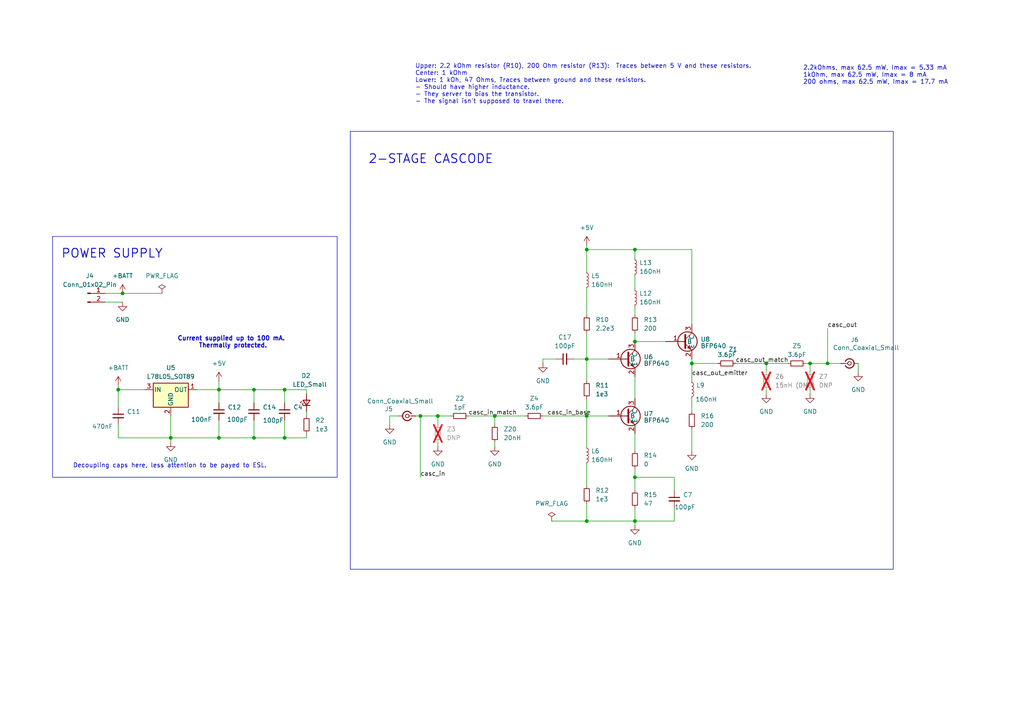
<source format=kicad_sch>
(kicad_sch (version 20250114) (generator "eeschema") (generator_version "9.0")
  (paper "A4")
  (lib_symbols
    (symbol "BFP640_1"
      (property "Reference" "U" (at 4.064 -0.762 0))
      (symbol "BFP640_1_0_1"
        (polyline (pts (xy -1.905 1.905) (xy -1.905 -1.905) (xy -1.905 -1.905)) (stroke (width 0.508)))
        (polyline (pts (xy -1.905 0.635) (xy 0 2.54)))
        (polyline (pts (xy -1.905 -0.635) (xy 0 -2.54) (xy 0 -2.54)))
        (circle (center -1.27 0) (radius 2.8194) (stroke (width 0.254)))
        (polyline (pts (xy -1.27 -1.778) (xy -0.762 -1.27) (xy -0.254 -2.286) (xy -1.27 -1.778) (xy -1.27 -1.778)) (fill (type outline)))
      )
      (symbol "BFP640_1_1_1"
        (pin input line (at -7.62 0 0) (length 5.715) (name "B") (number "1"))
        (pin passive line (at 0 5.08 270) (length 2.54) (name "C") (number "3"))
        (pin passive line (at 0 -5.08 90) (length 2.54) (name "E") (number "2"))
      )
    )
    (symbol "Connector:Conn_01x02_Pin" (pin_names (offset 1.016) (hide yes))
      (property "Reference" "J" (at 0 2.54 0))
      (property "Value" "Conn_01x02_Pin" (at 0 -5.08 0))
      (symbol "Conn_01x02_Pin_1_1"
        (rectangle (start 0.8636 0.127) (end 0 -0.127) (stroke (width 0.1524)) (fill (type outline)))
        (rectangle (start 0.8636 -2.413) (end 0 -2.667) (stroke (width 0.1524)) (fill (type outline)))
        (polyline (pts (xy 1.27 0) (xy 0.8636 0)) (stroke (width 0.1524)))
        (polyline (pts (xy 1.27 -2.54) (xy 0.8636 -2.54)) (stroke (width 0.1524)))
        (pin passive line (at 5.08 0 180) (length 3.81) (name "Pin_1") (number "1"))
        (pin passive line (at 5.08 -2.54 180) (length 3.81) (name "Pin_2") (number "2"))
      )
    )
    (symbol "Connector:Conn_Coaxial_Small" (pin_numbers (hide yes)) (pin_names (offset 1.016) (hide yes))
      (property "Reference" "J" (at 0.254 3.048 0))
      (property "Value" "Conn_Coaxial_Small" (at 0 -3.81 0))
      (symbol "Conn_Coaxial_Small_0_1"
        (polyline (pts (xy -2.54 0) (xy -0.508 0)))
        (circle (center 0 0) (radius 0.508) (stroke (width 0.2032)))
      )
      (symbol "Conn_Coaxial_Small_1_1"
        (arc (start 1.3484 0.0039) (mid 0.327 -1.308) (end -1.1916 -0.6311) (stroke (width 0.3048)))
        (arc (start -1.1916 0.6311) (mid 0.327 1.3081) (end 1.3484 -0.0039) (stroke (width 0.3048)))
        (pin passive line (at -2.54 0 0) (length 1.27) (name "In") (number "1"))
        (pin passive line (at 2.54 0 180) (length 1.27) (name "Ext") (number "2"))
      )
    )
    (symbol "Device:C_Small" (pin_numbers (hide yes)) (pin_names (offset 0.254) (hide yes))
      (property "Reference" "C" (at 0.254 1.778 0))
      (property "Value" "C_Small" (at 0.254 -2.032 0))
      (symbol "C_Small_0_1"
        (polyline (pts (xy -1.524 0.508) (xy 1.524 0.508)) (stroke (width 0.3048)))
        (polyline (pts (xy -1.524 -0.508) (xy 1.524 -0.508)) (stroke (width 0.3302)))
      )
      (symbol "C_Small_1_1"
        (pin passive line (at 0 2.54 270) (length 2.032) (name "~") (number "1"))
        (pin passive line (at 0 -2.54 90) (length 2.032) (name "~") (number "2"))
      )
    )
    (symbol "Device:LED_Small" (pin_numbers (hide yes)) (pin_names (offset 0.254) (hide yes))
      (property "Reference" "D" (at -1.27 3.175 0))
      (property "Value" "LED_Small" (at -4.445 -2.54 0))
      (symbol "LED_Small_0_1"
        (polyline (pts (xy -0.762 -1.016) (xy -0.762 1.016)) (stroke (width 0.254)))
        (polyline (pts (xy 0 0.762) (xy -0.508 1.27) (xy -0.254 1.27) (xy -0.508 1.27) (xy -0.508 1.016)))
        (polyline (pts (xy 0.508 1.27) (xy 0 1.778) (xy 0.254 1.778) (xy 0 1.778) (xy 0 1.524)))
        (polyline (pts (xy 0.762 -1.016) (xy -0.762 0) (xy 0.762 1.016) (xy 0.762 -1.016)) (stroke (width 0.254)))
        (polyline (pts (xy 1.016 0) (xy -0.762 0)))
      )
      (symbol "LED_Small_1_1"
        (pin passive line (at -2.54 0 0) (length 1.778) (name "K") (number "1"))
        (pin passive line (at 2.54 0 180) (length 1.778) (name "A") (number "2"))
      )
    )
    (symbol "Device:L_Small" (pin_numbers (hide yes)) (pin_names (offset 0.254) (hide yes))
      (property "Reference" "L" (at 0.762 1.016 0))
      (property "Value" "L_Small" (at 0.762 -1.016 0))
      (symbol "L_Small_0_1"
        (arc (start 0 2.032) (mid 0.5058 1.524) (end 0 1.016))
        (arc (start 0 1.016) (mid 0.5058 0.508) (end 0 0))
        (arc (start 0 0) (mid 0.5058 -0.508) (end 0 -1.016))
        (arc (start 0 -1.016) (mid 0.5058 -1.524) (end 0 -2.032))
      )
      (symbol "L_Small_1_1"
        (pin passive line (at 0 2.54 270) (length 0.508) (name "~") (number "1"))
        (pin passive line (at 0 -2.54 90) (length 0.508) (name "~") (number "2"))
      )
    )
    (symbol "Device:R_Small" (pin_numbers (hide yes)) (pin_names (offset 0.254) (hide yes))
      (property "Reference" "R" (at 0.762 0.508 0))
      (property "Value" "R_Small" (at 0.762 -1.016 0))
      (symbol "R_Small_0_1"
        (rectangle (start -0.762 1.778) (end 0.762 -1.778) (stroke (width 0.2032)))
      )
      (symbol "R_Small_1_1"
        (pin passive line (at 0 2.54 270) (length 0.762) (name "~") (number "1"))
        (pin passive line (at 0 -2.54 90) (length 0.762) (name "~") (number "2"))
      )
    )
    (symbol "Regulator_Linear:L78L05_SOT89" (pin_names (offset 0.254))
      (property "Reference" "U" (at -3.81 3.175 0))
      (property "Value" "L78L05_SOT89" (at -0.635 3.175 0))
      (symbol "L78L05_SOT89_0_1"
        (rectangle (start -5.08 1.905) (end 5.08 -5.08) (stroke (width 0.254)) (fill (type background)))
      )
      (symbol "L78L05_SOT89_1_1"
        (pin power_in line (at -7.62 0 0) (length 2.54) (name "IN") (number "3"))
        (pin power_in line (at 0 -7.62 90) (length 2.54) (name "GND") (number "2"))
        (pin power_out line (at 7.62 0 180) (length 2.54) (name "OUT") (number "1"))
      )
    )
    (symbol "power:+5V" (power) (pin_numbers (hide yes)) (pin_names (offset 0) (hide yes))
      (property "Value" "+5V" (at 0 3.556 0))
      (symbol "+5V_0_1"
        (polyline (pts (xy -0.762 1.27) (xy 0 2.54)))
        (polyline (pts (xy 0 2.54) (xy 0.762 1.27)))
        (polyline (pts (xy 0 0) (xy 0 2.54)))
      )
      (symbol "+5V_1_1"
        (pin power_in line (at 0 0 90) (length 0) (name "~") (number "1"))
      )
    )
    (symbol "power:+BATT" (power) (pin_numbers (hide yes)) (pin_names (offset 0) (hide yes))
      (property "Value" "+BATT" (at 0 3.556 0))
      (symbol "+BATT_0_1"
        (polyline (pts (xy -0.762 1.27) (xy 0 2.54)))
        (polyline (pts (xy 0 2.54) (xy 0.762 1.27)))
        (polyline (pts (xy 0 0) (xy 0 2.54)))
      )
      (symbol "+BATT_1_1"
        (pin power_in line (at 0 0 90) (length 0) (name "~") (number "1"))
      )
    )
    (symbol "power:GND" (power) (pin_numbers (hide yes)) (pin_names (offset 0) (hide yes))
      (property "Value" "GND" (at 0 -3.81 0))
      (symbol "GND_0_1"
        (polyline (pts (xy 0 0) (xy 0 -1.27) (xy 1.27 -1.27) (xy 0 -2.54) (xy -1.27 -1.27) (xy 0 -1.27)))
      )
      (symbol "GND_1_1"
        (pin power_in line (at 0 0 270) (length 0) (name "~") (number "1"))
      )
    )
    (symbol "power:PWR_FLAG" (power) (pin_numbers (hide yes)) (pin_names (offset 0) (hide yes))
      (property "Value" "PWR_FLAG" (at 0 3.81 0))
      (symbol "PWR_FLAG_0_0"
        (pin power_out line (at 0 0 90) (length 0) (name "~") (number "1"))
      )
      (symbol "PWR_FLAG_0_1"
        (polyline (pts (xy 0 0) (xy 0 1.27) (xy -1.016 1.905) (xy 0 2.54) (xy 1.016 1.905) (xy 0 1.27)))
      )
    )
  )
  (rectangle (start 15.24 68.58) (end 97.79 138.43))
  (rectangle (start 101.6 38.1) (end 259.08 165.1))
  (text "2-STAGE CASCODE" (at 124.968 46.228 0) (effects (font (size 2.54 2.54) (thickness 0.254) (bold yes))))
  (text "2.2kOhms, max 62.5 mW, Imax = 5.33 mA \n1kOhm, max 62.5 mW, Imax = 8 mA\n200 ohms, max 62.5 mW, Imax = 17.7 mA" (at 232.918 21.844 0) (effects (font (size 1.27 1.27) (thickness 0.1588)) (justify left)))
  (text "Upper: 2.2 kOhm resistor (R10), 200 Ohm resistor (R13):  Traces between 5 V and these resistors.\nCenter: 1 kOhm\nLower: 1 kOh, 47 Ohms, Traces between ground and these resistors.\n- Should have higher inductance.\n- They server to bias the transistor.\n- The signal isn't supposed to travel there." (at 120.396 24.384 0) (effects (font (size 1.27 1.27)) (justify left)))
  (text "Current supplied up to 100 mA. \nThermally protected." (at 67.564 99.314 0) (effects (font (size 1.27 1.27) (thickness 0.254) (bold yes))))
  (text "Decoupling caps here, less attention to be payed to ESL." (at 49.276 135.128 0) (effects (font (size 1.27 1.27) (thickness 0.1588))))
  (text "POWER SUPPLY" (at 32.512 73.66 0) (effects (font (size 2.54 2.54) (thickness 0.254) (bold yes))))
  (junction (at 170.18 72.39))
  (junction (at 170.18 151.13))
  (junction (at 240.03 105.41))
  (junction (at 35.56 85.09))
  (junction (at 184.15 72.39))
  (junction (at 184.15 138.43))
  (junction (at 63.5 127))
  (junction (at 49.53 127))
  (junction (at 234.95 105.41))
  (junction (at 170.18 104.14))
  (junction (at 73.66 127))
  (junction (at 82.55 127))
  (junction (at 34.29 113.03))
  (junction (at 143.51 120.65))
  (junction (at 222.25 105.41))
  (junction (at 200.66 105.41))
  (junction (at 121.92 120.65))
  (junction (at 63.5 113.03))
  (junction (at 127 120.65))
  (junction (at 184.15 99.06))
  (junction (at 82.55 113.03))
  (junction (at 73.66 113.03))
  (junction (at 184.15 151.13))
  (junction (at 170.18 120.65))
  (wire (pts (xy 160.02 151.13) (xy 170.18 151.13)))
  (wire (pts (xy 170.18 72.39) (xy 170.18 78.74)))
  (wire (pts (xy 170.18 134.62) (xy 170.18 140.97)))
  (wire (pts (xy 200.66 105.41) (xy 208.28 105.41)))
  (wire (pts (xy 184.15 72.39) (xy 184.15 74.93)))
  (wire (pts (xy 170.18 83.82) (xy 170.18 91.44)))
  (wire (pts (xy 113.03 120.65) (xy 115.57 120.65)))
  (wire (pts (xy 113.03 123.19) (xy 113.03 120.65)))
  (wire (pts (xy 157.48 120.65) (xy 170.18 120.65)))
  (wire (pts (xy 135.89 120.65) (xy 143.51 120.65)))
  (wire (pts (xy 184.15 96.52) (xy 184.15 99.06)))
  (wire (pts (xy 240.03 105.41) (xy 243.84 105.41)))
  (wire (pts (xy 121.92 120.65) (xy 127 120.65)))
  (wire (pts (xy 82.55 113.03) (xy 88.9 113.03)))
  (wire (pts (xy 184.15 125.73) (xy 184.15 130.81)))
  (wire (pts (xy 184.15 138.43) (xy 184.15 142.24)))
  (wire (pts (xy 63.5 110.49) (xy 63.5 113.03)))
  (wire (pts (xy 200.66 124.46) (xy 200.66 130.81)))
  (wire (pts (xy 184.15 151.13) (xy 195.58 151.13)))
  (wire (pts (xy 240.03 95.25) (xy 240.03 105.41)))
  (wire (pts (xy 161.29 104.14) (xy 157.48 104.14)))
  (wire (pts (xy 88.9 114.3) (xy 88.9 113.03)))
  (wire (pts (xy 63.5 113.03) (xy 73.66 113.03)))
  (wire (pts (xy 157.48 104.14) (xy 157.48 105.41)))
  (wire (pts (xy 63.5 127) (xy 73.66 127)))
  (wire (pts (xy 222.25 105.41) (xy 222.25 107.95)))
  (wire (pts (xy 195.58 147.32) (xy 195.58 151.13)))
  (wire (pts (xy 170.18 104.14) (xy 176.53 104.14)))
  (wire (pts (xy 82.55 113.03) (xy 82.55 116.84)))
  (wire (pts (xy 170.18 110.49) (xy 170.18 104.14)))
  (wire (pts (xy 166.37 104.14) (xy 170.18 104.14)))
  (wire (pts (xy 143.51 120.65) (xy 143.51 123.19)))
  (wire (pts (xy 57.15 113.03) (xy 63.5 113.03)))
  (wire (pts (xy 88.9 125.73) (xy 88.9 127)))
  (wire (pts (xy 234.95 105.41) (xy 234.95 107.95)))
  (wire (pts (xy 200.66 115.57) (xy 200.66 119.38)))
  (wire (pts (xy 195.58 138.43) (xy 195.58 142.24)))
  (wire (pts (xy 170.18 71.12) (xy 170.18 72.39)))
  (wire (pts (xy 41.91 113.03) (xy 34.29 113.03)))
  (wire (pts (xy 73.66 127) (xy 82.55 127)))
  (wire (pts (xy 143.51 129.54) (xy 143.51 128.27)))
  (wire (pts (xy 82.55 121.92) (xy 82.55 127)))
  (wire (pts (xy 184.15 88.9) (xy 184.15 91.44)))
  (wire (pts (xy 200.66 104.14) (xy 200.66 105.41)))
  (wire (pts (xy 34.29 111.76) (xy 34.29 113.03)))
  (wire (pts (xy 49.53 128.27) (xy 49.53 127)))
  (wire (pts (xy 63.5 121.92) (xy 63.5 127)))
  (wire (pts (xy 34.29 127) (xy 49.53 127)))
  (wire (pts (xy 30.48 87.63) (xy 35.56 87.63)))
  (wire (pts (xy 248.92 105.41) (xy 248.92 107.95)))
  (wire (pts (xy 49.53 127) (xy 63.5 127)))
  (wire (pts (xy 49.53 120.65) (xy 49.53 127)))
  (wire (pts (xy 234.95 113.03) (xy 234.95 114.3)))
  (wire (pts (xy 170.18 120.65) (xy 170.18 129.54)))
  (wire (pts (xy 35.56 85.09) (xy 46.99 85.09)))
  (wire (pts (xy 73.66 116.84) (xy 73.66 113.03)))
  (wire (pts (xy 127 120.65) (xy 130.81 120.65)))
  (wire (pts (xy 34.29 123.19) (xy 34.29 127)))
  (wire (pts (xy 222.25 105.41) (xy 228.6 105.41)))
  (wire (pts (xy 184.15 72.39) (xy 200.66 72.39)))
  (wire (pts (xy 170.18 115.57) (xy 170.18 120.65)))
  (wire (pts (xy 184.15 147.32) (xy 184.15 151.13)))
  (wire (pts (xy 184.15 151.13) (xy 184.15 152.4)))
  (wire (pts (xy 73.66 113.03) (xy 82.55 113.03)))
  (wire (pts (xy 184.15 109.22) (xy 184.15 115.57)))
  (wire (pts (xy 184.15 135.89) (xy 184.15 138.43)))
  (wire (pts (xy 170.18 151.13) (xy 184.15 151.13)))
  (wire (pts (xy 88.9 119.38) (xy 88.9 120.65)))
  (wire (pts (xy 30.48 85.09) (xy 35.56 85.09)))
  (wire (pts (xy 73.66 121.92) (xy 73.66 127)))
  (wire (pts (xy 200.66 105.41) (xy 200.66 110.49)))
  (wire (pts (xy 234.95 105.41) (xy 240.03 105.41)))
  (wire (pts (xy 34.29 113.03) (xy 34.29 118.11)))
  (wire (pts (xy 127 123.19) (xy 127 120.65)))
  (wire (pts (xy 127 129.54) (xy 127 128.27)))
  (wire (pts (xy 121.92 138.43) (xy 121.92 120.65)))
  (wire (pts (xy 170.18 146.05) (xy 170.18 151.13)))
  (wire (pts (xy 170.18 72.39) (xy 184.15 72.39)))
  (wire (pts (xy 184.15 80.01) (xy 184.15 83.82)))
  (wire (pts (xy 170.18 120.65) (xy 176.53 120.65)))
  (wire (pts (xy 184.15 99.06) (xy 193.04 99.06)))
  (wire (pts (xy 82.55 127) (xy 88.9 127)))
  (wire (pts (xy 121.92 120.65) (xy 120.65 120.65)))
  (wire (pts (xy 184.15 138.43) (xy 195.58 138.43)))
  (wire (pts (xy 170.18 104.14) (xy 170.18 96.52)))
  (wire (pts (xy 233.68 105.41) (xy 234.95 105.41)))
  (wire (pts (xy 63.5 116.84) (xy 63.5 113.03)))
  (wire (pts (xy 222.25 113.03) (xy 222.25 114.3)))
  (wire (pts (xy 213.36 105.41) (xy 222.25 105.41)))
  (wire (pts (xy 200.66 72.39) (xy 200.66 93.98)))
  (wire (pts (xy 143.51 120.65) (xy 152.4 120.65)))
  (label "casc_in" (at 121.92 138.43 0))
  (label "casc_out" (at 240.03 95.25 0))
  (label "casc_in_match" (at 135.89 120.65 0))
  (label "casc_in_base" (at 158.75 120.65 0))
  (label "casc_out_emitter" (at 200.66 109.22 0))
  (label "casc_out_match" (at 213.36 105.41 0))
  (symbol (lib_id "Device:C_Small") (at 163.83 104.14 90) (unit 1)
    (property "Reference" "C17" (at 163.8363 97.79 90))
    (property "Value" "100pF" (at 163.8363 100.33 90))
    (property "Footprint" "Capacitor_SMD:C_0402_1005Metric" (effects (hide yes)))
    (property "Datasheet" "https://www.lcsc.com/datasheet/lcsc_datasheet_2304140030_FH--Guangdong-Fenghua-Advanced-Tech-0402CG101J500NT_C1546.pdf" (effects (hide yes)))
    (property "Description" "Unpolarized capacitor, small symbol" (effects (hide yes)))
    (property "LCSC Part Number" "C1546" (effects (hide yes)))
    (property "Manufacturing Part Number" "0402CG101J500NT" (effects (hide yes)))
  )
  (symbol (lib_id "Device:R_Small") (at 200.66 121.92 0) (unit 1)
    (property "Reference" "R16" (at 203.2 120.6499 0) (effects (justify left)))
    (property "Value" "200" (at 203.2 123.1899 0) (effects (justify left)))
    (property "Footprint" "Resistor_SMD:R_0402_1005Metric" (effects (hide yes)))
    (property "Datasheet" "https://www.lcsc.com/datasheet/lcsc_datasheet_2205311900_UNI-ROYAL-Uniroyal-Elec-0402WGF2000TCE_C25087.pdf" (effects (hide yes)))
    (property "Description" "Resistor, small symbol" (effects (hide yes)))
    (property "LCSC Part Number" "C25087" (effects (hide yes)))
    (property "Manufacturing Part Number" "0402WGF2000TCE" (effects (hide yes)))
  )
  (symbol (lib_id "power:GND") (at 157.48 105.41 0) (unit 1)
    (property "Reference" "#PWR021" (effects (hide yes)))
    (property "Value" "GND" (at 157.48 110.49 0))
    (property "Description" "Power symbol creates a global label with name \"GND\" , ground" (effects (hide yes)))
  )
  (symbol (lib_id "power:GND") (at 248.92 107.95 0) (unit 1)
    (property "Reference" "#PWR026" (effects (hide yes)))
    (property "Value" "GND" (at 248.92 113.03 0))
    (property "Description" "Power symbol creates a global label with name \"GND\" , ground" (effects (hide yes)))
  )
  (symbol (lib_id "power:GND") (at 127 129.54 0) (unit 1)
    (property "Reference" "#PWR033" (effects (hide yes)))
    (property "Value" "GND" (at 127 134.62 0))
    (property "Description" "Power symbol creates a global label with name \"GND\" , ground" (effects (hide yes)))
  )
  (symbol (lib_id "Device:R_Small") (at 222.25 110.49 180) (unit 1) (dnp yes)
    (property "Reference" "Z6" (at 224.79 109.2199 0) (effects (justify right)))
    (property "Value" "15nH (DNP)" (at 224.79 111.7599 0) (effects (justify right)))
    (property "Footprint" "Resistor_SMD:R_0402_1005Metric_Pad0.72x0.64mm_HandSolder" (effects (hide yes)))
    (property "Description" "Resistor, small symbol" (effects (hide yes)))
  )
  (symbol (lib_id "Device:R_Small") (at 133.35 120.65 90) (unit 1)
    (property "Reference" "Z2" (at 133.35 115.57 90))
    (property "Value" "1pF" (at 133.35 118.11 90))
    (property "Footprint" "Resistor_SMD:R_0402_1005Metric_Pad0.72x0.64mm_HandSolder" (effects (hide yes)))
    (property "Datasheet" "https://www.lcsc.com/datasheet/lcsc_datasheet_2304140030_FH--Guangdong-Fenghua-Advanced-Tech-0402CG1R0C500NT_C1550.pdf" (effects (hide yes)))
    (property "Description" "Resistor, small symbol" (effects (hide yes)))
    (property "LCSC Part Number" "C1550" (effects (hide yes)))
    (property "Manufacturing Part Number" "0402CG1R0C500NT" (effects (hide yes)))
  )
  (symbol (lib_id "Connector:Conn_01x02_Pin") (at 25.4 85.09 0) (unit 1)
    (property "Reference" "J4" (at 26.035 80.01 0))
    (property "Value" "Conn_01x02_Pin" (at 26.035 82.55 0))
    (property "Footprint" "Connector_Wire:SolderWire-0.25sqmm_1x02_P4.2mm_D0.65mm_OD1.7mm" (effects (hide yes)))
    (property "Description" "Generic connector, single row, 01x02, script generated" (effects (hide yes)))
  )
  (symbol (lib_id "Device:C_Small") (at 34.29 120.65 0) (unit 1)
    (property "Reference" "C11" (at 36.83 119.3862 0) (effects (justify left)))
    (property "Value" "470nF" (at 26.67 123.698 0) (effects (justify left)))
    (property "Footprint" "Capacitor_SMD:C_0603_1608Metric" (effects (hide yes)))
    (property "Datasheet" "https://www.lcsc.com/datasheet/lcsc_datasheet_2304140030_Samsung-Electro-Mechanics-CL10B474KA8NNNC_C1623.pdf" (effects (hide yes)))
    (property "Description" "Unpolarized capacitor, small symbol" (effects (hide yes)))
    (property "LCSC Part Number" "C1623" (effects (hide yes)))
    (property "Manufacturing Part Number" "CL10B474KA8NNNC" (effects (hide yes)))
  )
  (symbol (lib_id "Device:L_Small") (at 170.18 81.28 0) (unit 1)
    (property "Reference" "L5" (at 171.45 80.0099 0) (effects (justify left)))
    (property "Value" "160nH" (at 171.45 82.5499 0) (effects (justify left)))
    (property "Footprint" "Inductor_SMD:L_0603_1608Metric" (effects (hide yes)))
    (property "Datasheet" "https://www.lcsc.com/datasheet/lcsc_datasheet_2304140030_Murata-Electronics-LQW18ANR16J00D_C140445.pdf" (effects (hide yes)))
    (property "Description" "Inductor, small symbol" (effects (hide yes)))
    (property "LCSC Part Number" "C140445" (effects (hide yes)))
    (property "Manufacturing Part Number" "LQW18ANR16J00D" (effects (hide yes)))
  )
  (symbol (lib_id "power:PWR_FLAG") (at 160.02 151.13 0) (unit 1)
    (property "Reference" "#FLG04" (effects (hide yes)))
    (property "Value" "PWR_FLAG" (at 160.02 146.05 0))
    (property "Description" "Special symbol for telling ERC where power comes from" (effects (hide yes)))
  )
  (symbol (lib_id "Device:L_Small") (at 184.15 77.47 0) (unit 1)
    (property "Reference" "L13" (at 185.42 76.1999 0) (effects (justify left)))
    (property "Value" "160nH" (at 185.42 78.7399 0) (effects (justify left)))
    (property "Footprint" "Inductor_SMD:L_0603_1608Metric" (effects (hide yes)))
    (property "Datasheet" "https://www.lcsc.com/datasheet/lcsc_datasheet_2304140030_Murata-Electronics-LQW18ANR16J00D_C140445.pdf" (effects (hide yes)))
    (property "Description" "Inductor, small symbol" (effects (hide yes)))
    (property "LCSC Part Number" "C140445" (effects (hide yes)))
    (property "Manufacturing Part Number" "LQW18ANR16J00D" (effects (hide yes)))
  )
  (symbol (lib_id "power:+5V") (at 170.18 71.12 0) (unit 1)
    (property "Reference" "#PWR022" (effects (hide yes)))
    (property "Value" "+5V" (at 170.18 66.04 0))
    (property "Description" "Power symbol creates a global label with name \"+5V\"" (effects (hide yes)))
  )
  (symbol (lib_id "Device:R_Small") (at 234.95 110.49 180) (unit 1) (dnp yes)
    (property "Reference" "Z7" (at 237.49 109.2199 0) (effects (justify right)))
    (property "Value" "DNP" (at 237.49 111.7599 0) (effects (justify right)))
    (property "Footprint" "Resistor_SMD:R_0402_1005Metric_Pad0.72x0.64mm_HandSolder" (effects (hide yes)))
    (property "Description" "Resistor, small symbol" (effects (hide yes)))
  )
  (symbol (lib_id "Device:C_Small") (at 82.55 119.38 0) (unit 1)
    (property "Reference" "C4" (at 85.09 118.1162 0) (effects (justify left)))
    (property "Value" "100pF" (at 82.296 121.92 0) (effects (justify right)))
    (property "Footprint" "Capacitor_SMD:C_0402_1005Metric" (effects (hide yes)))
    (property "Datasheet" "https://www.lcsc.com/datasheet/lcsc_datasheet_2304140030_FH--Guangdong-Fenghua-Advanced-Tech-0402CG101J500NT_C1546.pdf" (effects (hide yes)))
    (property "Description" "Unpolarized capacitor, small symbol" (effects (hide yes)))
    (property "LCSC Part Number" "C1546" (effects (hide yes)))
    (property "Manufacturing Part Number" "0402CG101J500NT" (effects (hide yes)))
  )
  (symbol (lib_id "power:+BATT") (at 35.56 85.09 0) (unit 1)
    (property "Reference" "#PWR015" (effects (hide yes)))
    (property "Value" "+BATT" (at 35.56 80.01 0))
    (property "Description" "Power symbol creates a global label with name \"+BATT\"" (effects (hide yes)))
  )
  (symbol (lib_id "Device:L_Small") (at 200.66 113.03 0) (unit 1)
    (property "Reference" "L9" (at 201.93 111.7599 0) (effects (justify left)))
    (property "Value" "160nH" (at 201.676 115.824 0) (effects (justify left)))
    (property "Footprint" "Inductor_SMD:L_0603_1608Metric" (effects (hide yes)))
    (property "Datasheet" "https://www.lcsc.com/datasheet/lcsc_datasheet_2304140030_Murata-Electronics-LQW18ANR16J00D_C140445.pdf" (effects (hide yes)))
    (property "Description" "Inductor, small symbol" (effects (hide yes)))
    (property "LCSC Part Number" "C140445" (effects (hide yes)))
    (property "Manufacturing Part Number" "LQW18ANR16J00D" (effects (hide yes)))
  )
  (symbol (lib_id "Device:C_Small") (at 195.58 144.78 0) (unit 1)
    (property "Reference" "C7" (at 198.12 143.5162 0) (effects (justify left)))
    (property "Value" "100pF" (at 201.676 147.066 0) (effects (justify right)))
    (property "Footprint" "Capacitor_SMD:C_0402_1005Metric" (effects (hide yes)))
    (property "Datasheet" "https://www.lcsc.com/datasheet/lcsc_datasheet_2304140030_FH--Guangdong-Fenghua-Advanced-Tech-0402CG101J500NT_C1546.pdf" (effects (hide yes)))
    (property "Description" "Unpolarized capacitor, small symbol" (effects (hide yes)))
    (property "LCSC Part Number" "C1546" (effects (hide yes)))
    (property "Manufacturing Part Number" "0402CG101J500NT" (effects (hide yes)))
  )
  (symbol (lib_id "Device:R_Small") (at 154.94 120.65 270) (unit 1)
    (property "Reference" "Z4" (at 154.94 115.57 90))
    (property "Value" "3.6pF" (at 154.94 118.11 90))
    (property "Footprint" "Resistor_SMD:R_0402_1005Metric_Pad0.72x0.64mm_HandSolder" (effects (hide yes)))
    (property "Datasheet" "https://media.digikey.com/pdf/Data%20Sheets/Shenzhen%20Sunlord/SDCL-D.pdf" (effects (hide yes)))
    (property "Description" "Resistor, small symbol" (effects (hide yes)))
    (property "LCSC Part Number" "C161321" (effects (hide yes)))
    (property "Manufacturing Part Number" "GJM1555C1H3R6WB01D" (effects (hide yes)))
  )
  (symbol (lib_id "power:GND") (at 184.15 152.4 0) (unit 1)
    (property "Reference" "#PWR023" (effects (hide yes)))
    (property "Value" "GND" (at 184.15 157.48 0))
    (property "Description" "Power symbol creates a global label with name \"GND\" , ground" (effects (hide yes)))
  )
  (symbol (lib_id "Device:R_Small") (at 184.15 144.78 0) (unit 1)
    (property "Reference" "R15" (at 186.69 143.5099 0) (effects (justify left)))
    (property "Value" "47" (at 186.69 146.0499 0) (effects (justify left)))
    (property "Footprint" "Resistor_SMD:R_0603_1608Metric" (effects (hide yes)))
    (property "Datasheet" "https://www.lcsc.com/datasheet/lcsc_datasheet_2206010216_UNI-ROYAL-Uniroyal-Elec-0402WGF0000TCE_C17168.pdf" (effects (hide yes)))
    (property "Description" "Resistor, small symbol" (effects (hide yes)))
    (property "LCSC Part Number" "C23182" (effects (hide yes)))
    (property "Manufacturing Part Number" "0603WAF470JT5E" (effects (hide yes)))
  )
  (symbol (lib_id "Device:LED_Small") (at 88.9 116.84 90) (unit 1)
    (property "Reference" "D2" (at 87.376 108.966 90) (effects (justify right)))
    (property "Value" "LED_Small" (at 84.836 111.506 90) (effects (justify right)))
    (property "Footprint" "LED_SMD:LED_0603_1608Metric" (effects (hide yes)))
    (property "Datasheet" "https://jlcpcb.com/api/file/downloadByFileSystemAccessId/8550723991833485312" (effects (hide yes)))
    (property "Description" "Light emitting diode, small symbol" (effects (hide yes)))
    (property "LCSC Part Number" "C2286" (effects (hide yes)))
    (property "Manufacturing Part Number" "KT-0603R" (effects (hide yes)))
  )
  (symbol (lib_id "power:GND") (at 49.53 128.27 0) (unit 1)
    (property "Reference" "#PWR017" (effects (hide yes)))
    (property "Value" "GND" (at 49.53 133.35 0))
    (property "Description" "Power symbol creates a global label with name \"GND\" , ground" (effects (hide yes)))
  )
  (symbol (lib_id "Device:C_Small") (at 73.66 119.38 0) (unit 1)
    (property "Reference" "C14" (at 76.2 118.1162 0) (effects (justify left)))
    (property "Value" "100pF" (at 71.882 121.666 0) (effects (justify right)))
    (property "Footprint" "Capacitor_SMD:C_0402_1005Metric" (effects (hide yes)))
    (property "Datasheet" "https://www.lcsc.com/datasheet/lcsc_datasheet_2304140030_FH--Guangdong-Fenghua-Advanced-Tech-0402CG101J500NT_C1546.pdf" (effects (hide yes)))
    (property "Description" "Unpolarized capacitor, small symbol" (effects (hide yes)))
    (property "LCSC Part Number" "C1546" (effects (hide yes)))
    (property "Manufacturing Part Number" "0402CG101J500NT" (effects (hide yes)))
  )
  (symbol (lib_id "Device:R_Small") (at 231.14 105.41 270) (unit 1)
    (property "Reference" "Z5" (at 231.14 100.33 90))
    (property "Value" "3.6pF" (at 231.14 102.87 90))
    (property "Footprint" "Resistor_SMD:R_0402_1005Metric_Pad0.72x0.64mm_HandSolder" (effects (hide yes)))
    (property "Datasheet" "https://media.digikey.com/pdf/Data%20Sheets/Shenzhen%20Sunlord/SDCL-D.pdf" (effects (hide yes)))
    (property "Description" "Resistor, small symbol" (effects (hide yes)))
    (property "LCSC Part Number" "C161321" (effects (hide yes)))
    (property "Manufacturing Part Number" "GJM1555C1H3R6WB01D" (effects (hide yes)))
  )
  (symbol (lib_id "Device:R_Small") (at 170.18 93.98 0) (unit 1)
    (property "Reference" "R10" (at 172.72 92.7099 0) (effects (justify left)))
    (property "Value" "2.2e3" (at 172.72 95.2499 0) (effects (justify left)))
    (property "Footprint" "Resistor_SMD:R_0402_1005Metric" (effects (hide yes)))
    (property "Datasheet" "https://www.lcsc.com/datasheet/lcsc_datasheet_2206010045_UNI-ROYAL-Uniroyal-Elec-0402WGF2201TCE_C25879.pdf" (effects (hide yes)))
    (property "Description" "Resistor, small symbol" (effects (hide yes)))
    (property "LCSC Part Number" "C25879" (effects (hide yes)))
    (property "Manufacturing Part Number" "0402WGF2201TCE" (effects (hide yes)))
  )
  (symbol (lib_id "Device:L_Small") (at 184.15 86.36 0) (unit 1)
    (property "Reference" "L12" (at 185.42 85.0899 0) (effects (justify left)))
    (property "Value" "160nH" (at 185.42 87.6299 0) (effects (justify left)))
    (property "Footprint" "Inductor_SMD:L_0603_1608Metric" (effects (hide yes)))
    (property "Datasheet" "https://www.lcsc.com/datasheet/lcsc_datasheet_2304140030_Murata-Electronics-LQW18ANR16J00D_C140445.pdf" (effects (hide yes)))
    (property "Description" "Inductor, small symbol" (effects (hide yes)))
    (property "LCSC Part Number" "C140445" (effects (hide yes)))
    (property "Manufacturing Part Number" "LQW18ANR16J00D" (effects (hide yes)))
  )
  (symbol (lib_id "Device:R_Small") (at 184.15 93.98 0) (unit 1)
    (property "Reference" "R13" (at 186.69 92.7099 0) (effects (justify left)))
    (property "Value" "200" (at 186.69 95.2499 0) (effects (justify left)))
    (property "Footprint" "Resistor_SMD:R_0402_1005Metric" (effects (hide yes)))
    (property "Datasheet" "https://www.lcsc.com/datasheet/lcsc_datasheet_2205311900_UNI-ROYAL-Uniroyal-Elec-0402WGF2000TCE_C25087.pdf" (effects (hide yes)))
    (property "Description" "Resistor, small symbol" (effects (hide yes)))
    (property "LCSC Part Number" "C25087" (effects (hide yes)))
    (property "Manufacturing Part Number" "0402WGF2000TCE" (effects (hide yes)))
  )
  (symbol (lib_id "power:+5V") (at 63.5 110.49 0) (unit 1)
    (property "Reference" "#PWR018" (effects (hide yes)))
    (property "Value" "+5V" (at 63.5 105.41 0))
    (property "Description" "Power symbol creates a global label with name \"+5V\"" (effects (hide yes)))
  )
  (symbol (lib_id "Device:C_Small") (at 63.5 119.38 0) (unit 1)
    (property "Reference" "C12" (at 66.04 118.1162 0) (effects (justify left)))
    (property "Value" "100nF" (at 61.468 121.666 0) (effects (justify right)))
    (property "Footprint" "Capacitor_SMD:C_0402_1005Metric" (effects (hide yes)))
    (property "Datasheet" "https://www.lcsc.com/datasheet/lcsc_datasheet_2304140030_Samsung-Electro-Mechanics-CL05B104KO5NNNC_C1525.pdf" (effects (hide yes)))
    (property "Description" "Unpolarized capacitor, small symbol" (effects (hide yes)))
    (property "LCSC Part Number" "C1525" (effects (hide yes)))
    (property "Manufacturing Part Number" "CL05B104KO5NNNC" (effects (hide yes)))
  )
  (symbol (lib_id "Connector:Conn_Coaxial_Small") (at 246.38 105.41 0) (unit 1)
    (property "Reference" "J6" (at 247.904 98.552 0))
    (property "Value" "Conn_Coaxial_Small" (at 251.206 100.838 0))
    (property "Footprint" "Library:SMA_Amphenol_901-143_Vertical" (effects (hide yes)))
    (property "Datasheet" "https://www.lcsc.com/datasheet/lcsc_datasheet_2405210917_BAT-WIRELESS-BWSMA-KE-Z001_C496549.pdf" (effects (hide yes)))
    (property "Description" "small coaxial connector (BNC, SMA, SMB, SMC, Cinch/RCA, LEMO, ...)" (effects (hide yes)))
    (property "LCSC Part Number" "C496549" (effects (hide yes)))
    (property "Manufacturing Part Number" "BWSMA-KE-Z001" (effects (hide yes)))
  )
  (symbol (lib_id "power:+BATT") (at 34.29 111.76 0) (unit 1)
    (property "Reference" "#PWR014" (effects (hide yes)))
    (property "Value" "+BATT" (at 34.29 106.68 0))
    (property "Description" "Power symbol creates a global label with name \"+BATT\"" (effects (hide yes)))
  )
  (symbol (lib_id "power:GND") (at 200.66 130.81 0) (unit 1)
    (property "Reference" "#PWR024" (effects (hide yes)))
    (property "Value" "GND" (at 200.66 135.89 0))
    (property "Description" "Power symbol creates a global label with name \"GND\" , ground" (effects (hide yes)))
  )
  (symbol (lib_id "Device:L_Small") (at 170.18 132.08 0) (unit 1)
    (property "Reference" "L6" (at 171.45 130.8099 0) (effects (justify left)))
    (property "Value" "160nH" (at 171.45 133.3499 0) (effects (justify left)))
    (property "Footprint" "Inductor_SMD:L_0603_1608Metric" (effects (hide yes)))
    (property "Datasheet" "https://www.lcsc.com/datasheet/lcsc_datasheet_2304140030_Murata-Electronics-LQW18ANR16J00D_C140445.pdf" (effects (hide yes)))
    (property "Description" "Inductor, small symbol" (effects (hide yes)))
    (property "LCSC Part Number" "C140445" (effects (hide yes)))
    (property "Manufacturing Part Number" "LQW18ANR16J00D" (effects (hide yes)))
  )
  (symbol (lib_id "Connector:Conn_Coaxial_Small") (at 118.11 120.65 180) (unit 1)
    (property "Reference" "J5" (at 112.776 118.618 0))
    (property "Value" "Conn_Coaxial_Small" (at 116.078 116.332 0))
    (property "Footprint" "Library:SMA_Amphenol_901-143_Vertical" (effects (hide yes)))
    (property "Datasheet" "https://www.lcsc.com/datasheet/lcsc_datasheet_2405210917_BAT-WIRELESS-BWSMA-KE-Z001_C496549.pdf" (effects (hide yes)))
    (property "Description" "small coaxial connector (BNC, SMA, SMB, SMC, Cinch/RCA, LEMO, ...)" (effects (hide yes)))
    (property "LCSC Part Number" "C496549" (effects (hide yes)))
    (property "Manufacturing Part Number" "BWSMA-KE-Z001" (effects (hide yes)))
  )
  (symbol (lib_id "power:GND") (at 113.03 123.19 0) (unit 1)
    (property "Reference" "#PWR019" (effects (hide yes)))
    (property "Value" "GND" (at 113.03 128.27 0))
    (property "Description" "Power symbol creates a global label with name \"GND\" , ground" (effects (hide yes)))
  )
  (symbol (lib_name "BFP640_1") (lib_id "rf_lna:BFP640") (at 200.66 99.06 0) (unit 1)
    (property "Reference" "U8" (at 203.2 98.4249 0) (effects (justify left)))
    (property "Value" "BFP640" (at 203.2 100.33 0) (effects (justify left)))
    (property "Footprint" "Library:BFP640" (effects (hide yes)))
    (property "Datasheet" "https://www.lcsc.com/datasheet/lcsc_datasheet_2304140030_Infineon-Technologies-BFP640H6327_C439781.pdf" (effects (hide yes)))
    (property "LCSC Part Number" "C439781" (effects (hide yes)))
    (property "Manufacturing Part Number" "BFP640H6327" (effects (hide yes)))
  )
  (symbol (lib_id "Device:R_Small") (at 170.18 143.51 0) (unit 1)
    (property "Reference" "R12" (at 172.72 142.2399 0) (effects (justify left)))
    (property "Value" "1e3" (at 172.72 144.7799 0) (effects (justify left)))
    (property "Footprint" "Resistor_SMD:R_0402_1005Metric" (effects (hide yes)))
    (property "Datasheet" "https://www.lcsc.com/datasheet/lcsc_datasheet_2206010216_UNI-ROYAL-Uniroyal-Elec-0402WGF0000TCE_C17168.pdf" (effects (hide yes)))
    (property "Description" "Resistor, small symbol" (effects (hide yes)))
    (property "Manufacturing Part Number" "0402WGF1001TCE" (effects (hide yes)))
    (property "LCSC Part Number" "C11702" (effects (hide yes)))
  )
  (symbol (lib_id "Device:R_Small") (at 210.82 105.41 270) (unit 1)
    (property "Reference" "Z1" (at 212.598 101.346 90))
    (property "Value" "3.6pF" (at 210.82 102.87 90))
    (property "Footprint" "Resistor_SMD:R_0402_1005Metric_Pad0.72x0.64mm_HandSolder" (effects (hide yes)))
    (property "Datasheet" "https://media.digikey.com/pdf/Data%20Sheets/Shenzhen%20Sunlord/SDCL-D.pdf" (effects (hide yes)))
    (property "Description" "Resistor, small symbol" (effects (hide yes)))
    (property "LCSC Part Number" "C161321" (effects (hide yes)))
    (property "Manufacturing Part Number" "GJM1555C1H3R6WB01D" (effects (hide yes)))
  )
  (symbol (lib_id "power:PWR_FLAG") (at 46.99 85.09 0) (unit 1)
    (property "Reference" "#FLG02" (effects (hide yes)))
    (property "Value" "PWR_FLAG" (at 46.99 80.01 0))
    (property "Description" "Special symbol for telling ERC where power comes from" (effects (hide yes)))
  )
  (symbol (lib_id "Device:R_Small") (at 143.51 125.73 180) (unit 1)
    (property "Reference" "Z20" (at 146.05 124.4599 0) (effects (justify right)))
    (property "Value" "20nH" (at 146.05 126.9999 0) (effects (justify right)))
    (property "Footprint" "Resistor_SMD:R_0402_1005Metric_Pad0.72x0.64mm_HandSolder" (effects (hide yes)))
    (property "Datasheet" "https://media.digikey.com/pdf/Data%20Sheets/Shenzhen%20Sunlord/SDCL-D.pdf" (effects (hide yes)))
    (property "Description" "Resistor, small symbol" (effects (hide yes)))
    (property "LCSC Part Number" "C96730" (effects (hide yes)))
    (property "Manufacturing Part Number" "SDCL1005C20NJTDF" (effects (hide yes)))
  )
  (symbol (lib_id "Device:R_Small") (at 170.18 113.03 0) (unit 1)
    (property "Reference" "R11" (at 172.72 111.7599 0) (effects (justify left)))
    (property "Value" "1e3" (at 172.72 114.2999 0) (effects (justify left)))
    (property "Footprint" "Resistor_SMD:R_0402_1005Metric" (effects (hide yes)))
    (property "Datasheet" "https://www.lcsc.com/datasheet/lcsc_datasheet_2206010216_UNI-ROYAL-Uniroyal-Elec-0402WGF0000TCE_C17168.pdf" (effects (hide yes)))
    (property "Description" "Resistor, small symbol" (effects (hide yes)))
    (property "Manufacturing Part Number" "0402WGF1001TCE" (effects (hide yes)))
    (property "LCSC Part Number" "C11702" (effects (hide yes)))
  )
  (symbol (lib_id "power:GND") (at 234.95 114.3 0) (unit 1)
    (property "Reference" "#PWR032" (effects (hide yes)))
    (property "Value" "GND" (at 234.95 119.38 0))
    (property "Description" "Power symbol creates a global label with name \"GND\" , ground" (effects (hide yes)))
  )
  (symbol (lib_id "power:GND") (at 143.51 129.54 0) (unit 1)
    (property "Reference" "#PWR020" (effects (hide yes)))
    (property "Value" "GND" (at 143.51 134.62 0))
    (property "Description" "Power symbol creates a global label with name \"GND\" , ground" (effects (hide yes)))
  )
  (symbol (lib_id "power:GND") (at 222.25 114.3 0) (unit 1)
    (property "Reference" "#PWR025" (effects (hide yes)))
    (property "Value" "GND" (at 222.25 119.38 0))
    (property "Description" "Power symbol creates a global label with name \"GND\" , ground" (effects (hide yes)))
  )
  (symbol (lib_name "BFP640_1") (lib_id "rf_lna:BFP640") (at 184.15 104.14 0) (unit 1)
    (property "Reference" "U6" (at 186.69 103.5049 0) (effects (justify left)))
    (property "Value" "BFP640" (at 186.69 105.41 0) (effects (justify left)))
    (property "Footprint" "Library:BFP640" (effects (hide yes)))
    (property "Datasheet" "https://www.lcsc.com/datasheet/lcsc_datasheet_2304140030_Infineon-Technologies-BFP640H6327_C439781.pdf" (effects (hide yes)))
    (property "LCSC Part Number" "C439781" (effects (hide yes)))
    (property "Manufacturing Part Number" "BFP640H6327" (effects (hide yes)))
  )
  (symbol (lib_id "Device:R_Small") (at 88.9 123.19 0) (unit 1)
    (property "Reference" "R2" (at 91.44 121.9199 0) (effects (justify left)))
    (property "Value" "1e3" (at 91.44 124.4599 0) (effects (justify left)))
    (property "Footprint" "Resistor_SMD:R_0402_1005Metric" (effects (hide yes)))
    (property "Datasheet" "https://www.lcsc.com/datasheet/lcsc_datasheet_2206010216_UNI-ROYAL-Uniroyal-Elec-0402WGF0000TCE_C17168.pdf" (effects (hide yes)))
    (property "Description" "Resistor, small symbol" (effects (hide yes)))
    (property "Manufacturing Part Number" "0402WGF1001TCE" (effects (hide yes)))
    (property "LCSC Part Number" "C11702" (effects (hide yes)))
  )
  (symbol (lib_name "BFP640_1") (lib_id "rf_lna:BFP640") (at 184.15 120.65 0) (unit 1)
    (property "Reference" "U7" (at 186.69 120.0149 0) (effects (justify left)))
    (property "Value" "BFP640" (at 186.69 121.92 0) (effects (justify left)))
    (property "Footprint" "Library:BFP640" (effects (hide yes)))
    (property "Datasheet" "https://www.lcsc.com/datasheet/lcsc_datasheet_2304140030_Infineon-Technologies-BFP640H6327_C439781.pdf" (effects (hide yes)))
    (property "LCSC Part Number" "C439781" (effects (hide yes)))
    (property "Manufacturing Part Number" "BFP640H6327" (effects (hide yes)))
  )
  (symbol (lib_id "Device:R_Small") (at 184.15 133.35 0) (unit 1)
    (property "Reference" "R14" (at 186.69 132.0799 0) (effects (justify left)))
    (property "Value" "0" (at 186.69 134.6199 0) (effects (justify left)))
    (property "Footprint" "Resistor_SMD:R_0402_1005Metric_Pad0.72x0.64mm_HandSolder" (effects (hide yes)))
    (property "Datasheet" "https://www.lcsc.com/datasheet/lcsc_datasheet_2206010216_UNI-ROYAL-Uniroyal-Elec-0402WGF0000TCE_C17168.pdf" (effects (hide yes)))
    (property "Description" "Resistor, small symbol" (effects (hide yes)))
    (property "LCSC Part Number" "C17168" (effects (hide yes)))
    (property "Manufacturing Part Number" "0402WGF0000TCE" (effects (hide yes)))
  )
  (symbol (lib_id "power:GND") (at 35.56 87.63 0) (unit 1)
    (property "Reference" "#PWR016" (effects (hide yes)))
    (property "Value" "GND" (at 35.56 92.71 0))
    (property "Description" "Power symbol creates a global label with name \"GND\" , ground" (effects (hide yes)))
  )
  (symbol (lib_id "Device:R_Small") (at 127 125.73 0) (unit 1) (dnp yes)
    (property "Reference" "Z3" (at 129.54 124.4599 0) (effects (justify left)))
    (property "Value" "DNP" (at 129.54 126.9999 0) (effects (justify left)))
    (property "Footprint" "Resistor_SMD:R_0402_1005Metric_Pad0.72x0.64mm_HandSolder" (effects (hide yes)))
    (property "Description" "Resistor, small symbol" (effects (hide yes)))
  )
  (symbol (lib_id "Regulator_Linear:L78L05_SOT89") (at 49.53 113.03 0) (unit 1)
    (property "Reference" "U5" (at 49.53 106.68 0))
    (property "Value" "L78L05_SOT89" (at 49.53 109.22 0))
    (property "Footprint" "Package_TO_SOT_SMD:SOT-89-3" (effects (hide yes)))
    (property "Datasheet" "http://www.st.com/content/ccc/resource/technical/document/datasheet/15/55/e5/aa/23/5b/43/fd/CD00000446.pdf/files/CD00000446.pdf/jcr:content/translations/en.CD00000446.pdf" (effects (hide yes)))
    (property "Description" "Positive 100mA 30V Linear Regulator, Fixed Output 5V, SOT-89" (effects (hide yes)))
    (property "LCSC Part Number" "C71136" (effects (hide yes)))
    (property "Manufacturing Part Number" "78L05G-AB3-R " (effects (hide yes)))
  )
)
</source>
